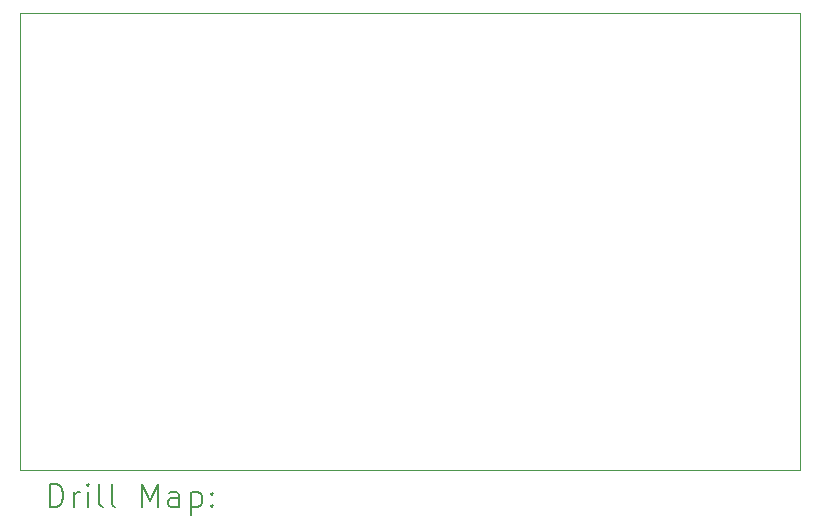
<source format=gbr>
%TF.GenerationSoftware,KiCad,Pcbnew,6.0.11-2627ca5db0~126~ubuntu20.04.1*%
%TF.CreationDate,2024-05-07T13:56:00-06:00*%
%TF.ProjectId,red-pitaya-pwm-shield,7265642d-7069-4746-9179-612d70776d2d,rev?*%
%TF.SameCoordinates,Original*%
%TF.FileFunction,Drillmap*%
%TF.FilePolarity,Positive*%
%FSLAX45Y45*%
G04 Gerber Fmt 4.5, Leading zero omitted, Abs format (unit mm)*
G04 Created by KiCad (PCBNEW 6.0.11-2627ca5db0~126~ubuntu20.04.1) date 2024-05-07 13:56:00*
%MOMM*%
%LPD*%
G01*
G04 APERTURE LIST*
%ADD10C,0.100000*%
%ADD11C,0.200000*%
G04 APERTURE END LIST*
D10*
X4572000Y-6223000D02*
X11176000Y-6223000D01*
X11176000Y-6223000D02*
X11176000Y-10091420D01*
X11176000Y-10091420D02*
X4572000Y-10091420D01*
X4572000Y-10091420D02*
X4572000Y-6223000D01*
D11*
X4824619Y-10406896D02*
X4824619Y-10206896D01*
X4872238Y-10206896D01*
X4900810Y-10216420D01*
X4919857Y-10235468D01*
X4929381Y-10254515D01*
X4938905Y-10292610D01*
X4938905Y-10321182D01*
X4929381Y-10359277D01*
X4919857Y-10378325D01*
X4900810Y-10397372D01*
X4872238Y-10406896D01*
X4824619Y-10406896D01*
X5024619Y-10406896D02*
X5024619Y-10273563D01*
X5024619Y-10311658D02*
X5034143Y-10292610D01*
X5043667Y-10283087D01*
X5062714Y-10273563D01*
X5081762Y-10273563D01*
X5148429Y-10406896D02*
X5148429Y-10273563D01*
X5148429Y-10206896D02*
X5138905Y-10216420D01*
X5148429Y-10225944D01*
X5157952Y-10216420D01*
X5148429Y-10206896D01*
X5148429Y-10225944D01*
X5272238Y-10406896D02*
X5253190Y-10397372D01*
X5243667Y-10378325D01*
X5243667Y-10206896D01*
X5377000Y-10406896D02*
X5357952Y-10397372D01*
X5348429Y-10378325D01*
X5348429Y-10206896D01*
X5605571Y-10406896D02*
X5605571Y-10206896D01*
X5672238Y-10349753D01*
X5738905Y-10206896D01*
X5738905Y-10406896D01*
X5919857Y-10406896D02*
X5919857Y-10302134D01*
X5910333Y-10283087D01*
X5891286Y-10273563D01*
X5853190Y-10273563D01*
X5834143Y-10283087D01*
X5919857Y-10397372D02*
X5900809Y-10406896D01*
X5853190Y-10406896D01*
X5834143Y-10397372D01*
X5824619Y-10378325D01*
X5824619Y-10359277D01*
X5834143Y-10340230D01*
X5853190Y-10330706D01*
X5900809Y-10330706D01*
X5919857Y-10321182D01*
X6015095Y-10273563D02*
X6015095Y-10473563D01*
X6015095Y-10283087D02*
X6034143Y-10273563D01*
X6072238Y-10273563D01*
X6091286Y-10283087D01*
X6100809Y-10292610D01*
X6110333Y-10311658D01*
X6110333Y-10368801D01*
X6100809Y-10387849D01*
X6091286Y-10397372D01*
X6072238Y-10406896D01*
X6034143Y-10406896D01*
X6015095Y-10397372D01*
X6196048Y-10387849D02*
X6205571Y-10397372D01*
X6196048Y-10406896D01*
X6186524Y-10397372D01*
X6196048Y-10387849D01*
X6196048Y-10406896D01*
X6196048Y-10283087D02*
X6205571Y-10292610D01*
X6196048Y-10302134D01*
X6186524Y-10292610D01*
X6196048Y-10283087D01*
X6196048Y-10302134D01*
M02*

</source>
